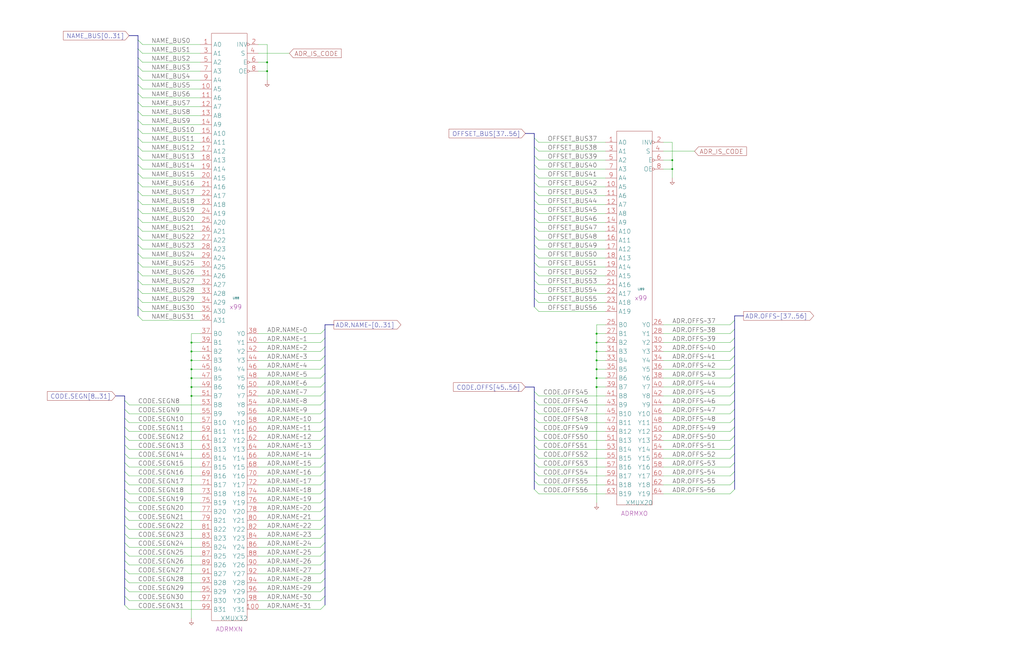
<source format=kicad_sch>
(kicad_sch (version 20230121) (generator eeschema)
  (paper "User" 584.2 378.46)
  (title_block (title "MEMORY ADDRESS MUX") (date "22-MAY-90") (rev "1.0") (comment 1 "SEQUENCER") (comment 2 "232-003064") (comment 3 "S400") (comment 4 "RELEASED"))
  (lib_symbols
    (symbol "r1000:PD" (power) (pin_numbers hide) (pin_names hide) (in_bom no)
      (symbol "PD_0_1"
        (polyline (pts (xy 0 -2.54) (xy 1.27 -2.54) (xy 0 -3.81) (xy -1.27 -2.54) (xy 0 -2.54)) (stroke (width 0.1524)))
      )
      (symbol "PD_1_1"
        (pin power_in line (at 0 0 270) (length 2.54) (name "PD") (number "1"))
      )
    )
    (symbol "r1000:XMUX20" (pin_names (offset 1.016))
      (property "Reference" "U" (at 2.54 5.08 0))
      (property "Value" "XMUX20" (at -6.35 -116.84 0))
      (property "Location" "___" (at -1.27 0 0))
      (property "Name" "______" (at -1.27 -124.46 0))
      (symbol "XMUX20_1_1"
        (rectangle (start -11.43 95.25) (end 8.89 -118.11))
        (circle (center 9.525 73.66) (radius 0.635))
        (circle (center 9.525 78.74) (radius 0.635))
        (circle (center 9.525 88.9) (radius 0.635))
        (pin input line (at -17.78 88.9 0) (length 6.35) (name "A0") (number "1"))
        (pin input line (at -17.78 63.5 0) (length 6.35) (name "A5") (number "10"))
        (pin input line (at -17.78 58.42 0) (length 6.35) (name "A6") (number "11"))
        (pin input line (at -17.78 53.34 0) (length 6.35) (name "A7") (number "12"))
        (pin input line (at -17.78 48.26 0) (length 6.35) (name "A8") (number "13"))
        (pin input line (at -17.78 43.18 0) (length 6.35) (name "A9") (number "14"))
        (pin input line (at -17.78 38.1 0) (length 6.35) (name "A10") (number "15"))
        (pin input line (at -17.78 33.02 0) (length 6.35) (name "A11") (number "16"))
        (pin input line (at -17.78 27.94 0) (length 6.35) (name "A12") (number "17"))
        (pin input line (at -17.78 22.86 0) (length 6.35) (name "A13") (number "18"))
        (pin input line (at -17.78 17.78 0) (length 6.35) (name "A14") (number "19"))
        (pin input line (at 15.24 88.9 180) (length 5.08) (name "INV") (number "2"))
        (pin input line (at -17.78 12.7 0) (length 6.35) (name "A15") (number "20"))
        (pin input line (at -17.78 7.62 0) (length 6.35) (name "A16") (number "21"))
        (pin input line (at -17.78 2.54 0) (length 6.35) (name "A17") (number "22"))
        (pin input line (at -17.78 -2.54 0) (length 6.35) (name "A18") (number "23"))
        (pin input line (at -17.78 -7.62 0) (length 6.35) (name "A19") (number "24"))
        (pin input line (at -17.78 -15.24 0) (length 6.35) (name "B0") (number "25"))
        (pin tri_state line (at 15.24 -15.24 180) (length 6.35) (name "Y0") (number "26"))
        (pin input line (at -17.78 -20.32 0) (length 6.35) (name "B1") (number "27"))
        (pin tri_state line (at 15.24 -20.32 180) (length 6.35) (name "Y1") (number "28"))
        (pin input line (at -17.78 -25.4 0) (length 6.35) (name "B2") (number "29"))
        (pin input line (at -17.78 83.82 0) (length 6.35) (name "A1") (number "3"))
        (pin tri_state line (at 15.24 -25.4 180) (length 6.35) (name "Y2") (number "30"))
        (pin input line (at -17.78 -30.48 0) (length 6.35) (name "B3") (number "31"))
        (pin tri_state line (at 15.24 -30.48 180) (length 6.35) (name "Y3") (number "32"))
        (pin input line (at -17.78 -35.56 0) (length 6.35) (name "B4") (number "33"))
        (pin tri_state line (at 15.24 -35.56 180) (length 6.35) (name "Y4") (number "34"))
        (pin input line (at -17.78 -40.64 0) (length 6.35) (name "B5") (number "35"))
        (pin tri_state line (at 15.24 -40.64 180) (length 6.35) (name "Y5") (number "36"))
        (pin input line (at -17.78 -45.72 0) (length 6.35) (name "B6") (number "37"))
        (pin tri_state line (at 15.24 -45.72 180) (length 6.35) (name "Y6") (number "38"))
        (pin input line (at -17.78 -50.8 0) (length 6.35) (name "B7") (number "39"))
        (pin input line (at 15.24 83.82 180) (length 6.35) (name "S") (number "4"))
        (pin tri_state line (at 15.24 -50.8 180) (length 6.35) (name "Y7") (number "40"))
        (pin input line (at -17.78 -55.88 0) (length 6.35) (name "B8") (number "41"))
        (pin tri_state line (at 15.24 -55.88 180) (length 6.35) (name "Y8") (number "42"))
        (pin input line (at -17.78 -60.96 0) (length 6.35) (name "B9") (number "43"))
        (pin tri_state line (at 15.24 -60.96 180) (length 6.35) (name "Y9") (number "44"))
        (pin input line (at -17.78 -66.04 0) (length 6.35) (name "B10") (number "45"))
        (pin tri_state line (at 15.24 -66.04 180) (length 6.35) (name "Y10") (number "46"))
        (pin input line (at -17.78 -71.12 0) (length 6.35) (name "B11") (number "47"))
        (pin tri_state line (at 15.24 -71.12 180) (length 6.35) (name "Y11") (number "48"))
        (pin input line (at -17.78 -76.2 0) (length 6.35) (name "B12") (number "49"))
        (pin input line (at -17.78 78.74 0) (length 6.35) (name "A2") (number "5"))
        (pin tri_state line (at 15.24 -76.2 180) (length 6.35) (name "Y12") (number "50"))
        (pin input line (at -17.78 -81.28 0) (length 6.35) (name "B13") (number "51"))
        (pin tri_state line (at 15.24 -81.28 180) (length 6.35) (name "Y13") (number "52"))
        (pin input line (at -17.78 -86.36 0) (length 6.35) (name "B14") (number "53"))
        (pin tri_state line (at 15.24 -86.36 180) (length 6.35) (name "Y14") (number "54"))
        (pin input line (at -17.78 -91.44 0) (length 6.35) (name "B15") (number "55"))
        (pin tri_state line (at 15.24 -91.44 180) (length 6.35) (name "Y15") (number "56"))
        (pin input line (at -17.78 -96.52 0) (length 6.35) (name "B16") (number "57"))
        (pin tri_state line (at 15.24 -96.52 180) (length 6.35) (name "Y16") (number "58"))
        (pin input line (at -17.78 -101.6 0) (length 6.35) (name "B17") (number "59"))
        (pin input line (at 15.24 78.74 180) (length 5.08) (name "E") (number "6"))
        (pin tri_state line (at 15.24 -101.6 180) (length 6.35) (name "Y17") (number "60"))
        (pin input line (at -17.78 -106.68 0) (length 6.35) (name "B18") (number "61"))
        (pin tri_state line (at 15.24 -106.68 180) (length 6.35) (name "Y18") (number "62"))
        (pin input line (at -17.78 -111.76 0) (length 6.35) (name "B19") (number "63"))
        (pin tri_state line (at 15.24 -111.76 180) (length 6.35) (name "Y19") (number "64"))
        (pin input line (at -17.78 73.66 0) (length 6.35) (name "A3") (number "7"))
        (pin input line (at 15.24 73.66 180) (length 5.08) (name "OE") (number "8"))
        (pin input line (at -17.78 68.58 0) (length 6.35) (name "A4") (number "9"))
      )
    )
    (symbol "r1000:XMUX32" (pin_names (offset 1.016))
      (property "Reference" "U" (at 2.54 5.08 0))
      (property "Value" "XMUX32" (at -6.35 -177.8 0))
      (property "Location" "___" (at -1.27 0 0))
      (property "Name" "______" (at -1.27 -185.42 0))
      (symbol "XMUX32_1_1"
        (rectangle (start -11.43 156.21) (end 8.89 -179.07))
        (circle (center 9.525 134.62) (radius 0.635))
        (circle (center 9.525 139.7) (radius 0.635))
        (circle (center 9.525 149.86) (radius 0.635))
        (pin input line (at -17.78 149.86 0) (length 6.35) (name "A0") (number "1"))
        (pin input line (at -17.78 124.46 0) (length 6.35) (name "A5") (number "10"))
        (pin tri_state line (at 15.24 -172.72 180) (length 6.35) (name "Y31") (number "100"))
        (pin input line (at -17.78 119.38 0) (length 6.35) (name "A6") (number "11"))
        (pin input line (at -17.78 114.3 0) (length 6.35) (name "A7") (number "12"))
        (pin input line (at -17.78 109.22 0) (length 6.35) (name "A8") (number "13"))
        (pin input line (at -17.78 104.14 0) (length 6.35) (name "A9") (number "14"))
        (pin input line (at -17.78 99.06 0) (length 6.35) (name "A10") (number "15"))
        (pin input line (at -17.78 93.98 0) (length 6.35) (name "A11") (number "16"))
        (pin input line (at -17.78 88.9 0) (length 6.35) (name "A12") (number "17"))
        (pin input line (at -17.78 83.82 0) (length 6.35) (name "A13") (number "18"))
        (pin input line (at -17.78 78.74 0) (length 6.35) (name "A14") (number "19"))
        (pin input line (at 15.24 149.86 180) (length 5.08) (name "INV") (number "2"))
        (pin input line (at -17.78 73.66 0) (length 6.35) (name "A15") (number "20"))
        (pin input line (at -17.78 68.58 0) (length 6.35) (name "A16") (number "21"))
        (pin input line (at -17.78 63.5 0) (length 6.35) (name "A17") (number "22"))
        (pin input line (at -17.78 58.42 0) (length 6.35) (name "A18") (number "23"))
        (pin input line (at -17.78 53.34 0) (length 6.35) (name "A19") (number "24"))
        (pin input line (at -17.78 48.26 0) (length 6.35) (name "A20") (number "25"))
        (pin input line (at -17.78 43.18 0) (length 6.35) (name "A21") (number "26"))
        (pin input line (at -17.78 38.1 0) (length 6.35) (name "A22") (number "27"))
        (pin input line (at -17.78 33.02 0) (length 6.35) (name "A23") (number "28"))
        (pin input line (at -17.78 27.94 0) (length 6.35) (name "A24") (number "29"))
        (pin input line (at -17.78 144.78 0) (length 6.35) (name "A1") (number "3"))
        (pin input line (at -17.78 22.86 0) (length 6.35) (name "A25") (number "30"))
        (pin input line (at -17.78 17.78 0) (length 6.35) (name "A26") (number "31"))
        (pin input line (at -17.78 12.7 0) (length 6.35) (name "A27") (number "32"))
        (pin input line (at -17.78 7.62 0) (length 6.35) (name "A28") (number "33"))
        (pin input line (at -17.78 2.54 0) (length 6.35) (name "A29") (number "34"))
        (pin input line (at -17.78 -2.54 0) (length 6.35) (name "A30") (number "35"))
        (pin input line (at -17.78 -7.62 0) (length 6.35) (name "A31") (number "36"))
        (pin input line (at -17.78 -15.24 0) (length 6.35) (name "B0") (number "37"))
        (pin tri_state line (at 15.24 -15.24 180) (length 6.35) (name "Y0") (number "38"))
        (pin input line (at -17.78 -20.32 0) (length 6.35) (name "B1") (number "39"))
        (pin input line (at 15.24 144.78 180) (length 6.35) (name "S") (number "4"))
        (pin tri_state line (at 15.24 -20.32 180) (length 6.35) (name "Y1") (number "40"))
        (pin input line (at -17.78 -25.4 0) (length 6.35) (name "B2") (number "41"))
        (pin tri_state line (at 15.24 -25.4 180) (length 6.35) (name "Y2") (number "42"))
        (pin input line (at -17.78 -30.48 0) (length 6.35) (name "B3") (number "43"))
        (pin tri_state line (at 15.24 -30.48 180) (length 6.35) (name "Y3") (number "44"))
        (pin input line (at -17.78 -35.56 0) (length 6.35) (name "B4") (number "45"))
        (pin tri_state line (at 15.24 -35.56 180) (length 6.35) (name "Y4") (number "46"))
        (pin input line (at -17.78 -40.64 0) (length 6.35) (name "B5") (number "47"))
        (pin tri_state line (at 15.24 -40.64 180) (length 6.35) (name "Y5") (number "48"))
        (pin input line (at -17.78 -45.72 0) (length 6.35) (name "B6") (number "49"))
        (pin input line (at -17.78 139.7 0) (length 6.35) (name "A2") (number "5"))
        (pin tri_state line (at 15.24 -45.72 180) (length 6.35) (name "Y6") (number "50"))
        (pin input line (at -17.78 -50.8 0) (length 6.35) (name "B7") (number "51"))
        (pin tri_state line (at 15.24 -50.8 180) (length 6.35) (name "Y7") (number "52"))
        (pin input line (at -17.78 -55.88 0) (length 6.35) (name "B8") (number "53"))
        (pin tri_state line (at 15.24 -55.88 180) (length 6.35) (name "Y8") (number "54"))
        (pin input line (at -17.78 -60.96 0) (length 6.35) (name "B9") (number "55"))
        (pin tri_state line (at 15.24 -60.96 180) (length 6.35) (name "Y9") (number "56"))
        (pin input line (at -17.78 -66.04 0) (length 6.35) (name "B10") (number "57"))
        (pin tri_state line (at 15.24 -66.04 180) (length 6.35) (name "Y10") (number "58"))
        (pin input line (at -17.78 -71.12 0) (length 6.35) (name "B11") (number "59"))
        (pin input line (at 15.24 139.7 180) (length 5.08) (name "E") (number "6"))
        (pin tri_state line (at 15.24 -71.12 180) (length 6.35) (name "Y11") (number "60"))
        (pin input line (at -17.78 -76.2 0) (length 6.35) (name "B12") (number "61"))
        (pin tri_state line (at 15.24 -76.2 180) (length 6.35) (name "Y12") (number "62"))
        (pin input line (at -17.78 -81.28 0) (length 6.35) (name "B13") (number "63"))
        (pin tri_state line (at 15.24 -81.28 180) (length 6.35) (name "Y13") (number "64"))
        (pin input line (at -17.78 -86.36 0) (length 6.35) (name "B14") (number "65"))
        (pin tri_state line (at 15.24 -86.36 180) (length 6.35) (name "Y14") (number "66"))
        (pin input line (at -17.78 -91.44 0) (length 6.35) (name "B15") (number "67"))
        (pin tri_state line (at 15.24 -91.44 180) (length 6.35) (name "Y15") (number "68"))
        (pin input line (at -17.78 -96.52 0) (length 6.35) (name "B16") (number "69"))
        (pin input line (at -17.78 134.62 0) (length 6.35) (name "A3") (number "7"))
        (pin tri_state line (at 15.24 -96.52 180) (length 6.35) (name "Y16") (number "70"))
        (pin input line (at -17.78 -101.6 0) (length 6.35) (name "B17") (number "71"))
        (pin tri_state line (at 15.24 -101.6 180) (length 6.35) (name "Y17") (number "72"))
        (pin input line (at -17.78 -106.68 0) (length 6.35) (name "B18") (number "73"))
        (pin tri_state line (at 15.24 -106.68 180) (length 6.35) (name "Y18") (number "74"))
        (pin input line (at -17.78 -111.76 0) (length 6.35) (name "B19") (number "75"))
        (pin tri_state line (at 15.24 -111.76 180) (length 6.35) (name "Y19") (number "76"))
        (pin input line (at -17.78 -116.84 0) (length 6.35) (name "B20") (number "77"))
        (pin tri_state line (at 15.24 -116.84 180) (length 6.35) (name "Y20") (number "78"))
        (pin input line (at -17.78 -121.92 0) (length 6.35) (name "B21") (number "79"))
        (pin input line (at 15.24 134.62 180) (length 5.08) (name "OE") (number "8"))
        (pin tri_state line (at 15.24 -121.92 180) (length 6.35) (name "Y21") (number "80"))
        (pin input line (at -17.78 -127 0) (length 6.35) (name "B22") (number "81"))
        (pin tri_state line (at 15.24 -127 180) (length 6.35) (name "Y22") (number "82"))
        (pin input line (at -17.78 -132.08 0) (length 6.35) (name "B23") (number "83"))
        (pin tri_state line (at 15.24 -132.08 180) (length 6.35) (name "Y23") (number "84"))
        (pin input line (at -17.78 -137.16 0) (length 6.35) (name "B24") (number "85"))
        (pin tri_state line (at 15.24 -137.16 180) (length 6.35) (name "Y24") (number "86"))
        (pin input line (at -17.78 -142.24 0) (length 6.35) (name "B25") (number "87"))
        (pin tri_state line (at 15.24 -142.24 180) (length 6.35) (name "Y25") (number "88"))
        (pin input line (at -17.78 -147.32 0) (length 6.35) (name "B26") (number "89"))
        (pin input line (at -17.78 129.54 0) (length 6.35) (name "A4") (number "9"))
        (pin tri_state line (at 15.24 -147.32 180) (length 6.35) (name "Y26") (number "90"))
        (pin input line (at -17.78 -152.4 0) (length 6.35) (name "B27") (number "91"))
        (pin tri_state line (at 15.24 -152.4 180) (length 6.35) (name "Y27") (number "92"))
        (pin input line (at -17.78 -157.48 0) (length 6.35) (name "B28") (number "93"))
        (pin tri_state line (at 15.24 -157.48 180) (length 6.35) (name "Y28") (number "94"))
        (pin input line (at -17.78 -162.56 0) (length 6.35) (name "B29") (number "95"))
        (pin tri_state line (at 15.24 -162.56 180) (length 6.35) (name "Y29") (number "96"))
        (pin input line (at -17.78 -167.64 0) (length 6.35) (name "B30") (number "97"))
        (pin tri_state line (at 15.24 -167.64 180) (length 6.35) (name "Y30") (number "98"))
        (pin input line (at -17.78 -172.72 0) (length 6.35) (name "B31") (number "99"))
      )
    )
  )
  (junction (at 109.22 200.66))
  (junction (at 340.36 220.98))
  (junction (at 340.36 215.9))
  (junction (at 109.22 215.9))
  (junction (at 340.36 195.58))
  (junction (at 109.22 226.06))
  (junction (at 109.22 210.82))
  (junction (at 152.4 35.56))
  (junction (at 383.54 91.44))
  (junction (at 109.22 205.74))
  (junction (at 109.22 220.98))
  (junction (at 340.36 210.82))
  (junction (at 152.4 40.64))
  (junction (at 340.36 200.66))
  (junction (at 340.36 205.74))
  (junction (at 340.36 190.5))
  (junction (at 109.22 195.58))
  (junction (at 383.54 96.52))
  (bus_entry (at 419.1 264.16) (size -2.54 2.54))
  (bus_entry (at 71.12 304.8) (size 2.54 2.54))
  (bus_entry (at 185.42 187.96) (size -2.54 2.54))
  (bus_entry (at 185.42 284.48) (size -2.54 2.54))
  (bus_entry (at 419.1 259.08) (size -2.54 2.54))
  (bus_entry (at 78.74 165.1) (size 2.54 2.54))
  (bus_entry (at 304.8 109.22) (size 2.54 2.54))
  (bus_entry (at 304.8 119.38) (size 2.54 2.54))
  (bus_entry (at 78.74 109.22) (size 2.54 2.54))
  (bus_entry (at 71.12 269.24) (size 2.54 2.54))
  (bus_entry (at 185.42 335.28) (size -2.54 2.54))
  (bus_entry (at 304.8 228.6) (size 2.54 2.54))
  (bus_entry (at 304.8 78.74) (size 2.54 2.54))
  (bus_entry (at 419.1 269.24) (size -2.54 2.54))
  (bus_entry (at 419.1 279.4) (size -2.54 2.54))
  (bus_entry (at 304.8 160.02) (size 2.54 2.54))
  (bus_entry (at 71.12 320.04) (size 2.54 2.54))
  (bus_entry (at 304.8 223.52) (size 2.54 2.54))
  (bus_entry (at 78.74 160.02) (size 2.54 2.54))
  (bus_entry (at 78.74 48.26) (size 2.54 2.54))
  (bus_entry (at 185.42 314.96) (size -2.54 2.54))
  (bus_entry (at 78.74 170.18) (size 2.54 2.54))
  (bus_entry (at 71.12 330.2) (size 2.54 2.54))
  (bus_entry (at 71.12 233.68) (size 2.54 2.54))
  (bus_entry (at 78.74 175.26) (size 2.54 2.54))
  (bus_entry (at 419.1 254) (size -2.54 2.54))
  (bus_entry (at 185.42 223.52) (size -2.54 2.54))
  (bus_entry (at 419.1 233.68) (size -2.54 2.54))
  (bus_entry (at 185.42 345.44) (size -2.54 2.54))
  (bus_entry (at 304.8 144.78) (size 2.54 2.54))
  (bus_entry (at 78.74 38.1) (size 2.54 2.54))
  (bus_entry (at 78.74 53.34) (size 2.54 2.54))
  (bus_entry (at 304.8 154.94) (size 2.54 2.54))
  (bus_entry (at 78.74 63.5) (size 2.54 2.54))
  (bus_entry (at 304.8 139.7) (size 2.54 2.54))
  (bus_entry (at 78.74 119.38) (size 2.54 2.54))
  (bus_entry (at 71.12 238.76) (size 2.54 2.54))
  (bus_entry (at 304.8 238.76) (size 2.54 2.54))
  (bus_entry (at 71.12 299.72) (size 2.54 2.54))
  (bus_entry (at 304.8 104.14) (size 2.54 2.54))
  (bus_entry (at 71.12 335.28) (size 2.54 2.54))
  (bus_entry (at 419.1 203.2) (size -2.54 2.54))
  (bus_entry (at 78.74 124.46) (size 2.54 2.54))
  (bus_entry (at 71.12 325.12) (size 2.54 2.54))
  (bus_entry (at 185.42 259.08) (size -2.54 2.54))
  (bus_entry (at 419.1 223.52) (size -2.54 2.54))
  (bus_entry (at 304.8 83.82) (size 2.54 2.54))
  (bus_entry (at 185.42 248.92) (size -2.54 2.54))
  (bus_entry (at 71.12 284.48) (size 2.54 2.54))
  (bus_entry (at 185.42 243.84) (size -2.54 2.54))
  (bus_entry (at 185.42 340.36) (size -2.54 2.54))
  (bus_entry (at 419.1 182.88) (size -2.54 2.54))
  (bus_entry (at 185.42 320.04) (size -2.54 2.54))
  (bus_entry (at 185.42 289.56) (size -2.54 2.54))
  (bus_entry (at 78.74 154.94) (size 2.54 2.54))
  (bus_entry (at 185.42 203.2) (size -2.54 2.54))
  (bus_entry (at 419.1 243.84) (size -2.54 2.54))
  (bus_entry (at 304.8 233.68) (size 2.54 2.54))
  (bus_entry (at 78.74 104.14) (size 2.54 2.54))
  (bus_entry (at 71.12 274.32) (size 2.54 2.54))
  (bus_entry (at 78.74 27.94) (size 2.54 2.54))
  (bus_entry (at 185.42 274.32) (size -2.54 2.54))
  (bus_entry (at 419.1 248.92) (size -2.54 2.54))
  (bus_entry (at 71.12 243.84) (size 2.54 2.54))
  (bus_entry (at 304.8 149.86) (size 2.54 2.54))
  (bus_entry (at 185.42 218.44) (size -2.54 2.54))
  (bus_entry (at 185.42 198.12) (size -2.54 2.54))
  (bus_entry (at 78.74 68.58) (size 2.54 2.54))
  (bus_entry (at 71.12 264.16) (size 2.54 2.54))
  (bus_entry (at 78.74 88.9) (size 2.54 2.54))
  (bus_entry (at 78.74 139.7) (size 2.54 2.54))
  (bus_entry (at 304.8 88.9) (size 2.54 2.54))
  (bus_entry (at 71.12 248.92) (size 2.54 2.54))
  (bus_entry (at 185.42 330.2) (size -2.54 2.54))
  (bus_entry (at 71.12 309.88) (size 2.54 2.54))
  (bus_entry (at 185.42 213.36) (size -2.54 2.54))
  (bus_entry (at 304.8 99.06) (size 2.54 2.54))
  (bus_entry (at 304.8 269.24) (size 2.54 2.54))
  (bus_entry (at 78.74 114.3) (size 2.54 2.54))
  (bus_entry (at 304.8 170.18) (size 2.54 2.54))
  (bus_entry (at 304.8 264.16) (size 2.54 2.54))
  (bus_entry (at 419.1 218.44) (size -2.54 2.54))
  (bus_entry (at 304.8 279.4) (size 2.54 2.54))
  (bus_entry (at 185.42 299.72) (size -2.54 2.54))
  (bus_entry (at 78.74 93.98) (size 2.54 2.54))
  (bus_entry (at 71.12 340.36) (size 2.54 2.54))
  (bus_entry (at 419.1 208.28) (size -2.54 2.54))
  (bus_entry (at 304.8 134.62) (size 2.54 2.54))
  (bus_entry (at 185.42 254) (size -2.54 2.54))
  (bus_entry (at 304.8 243.84) (size 2.54 2.54))
  (bus_entry (at 185.42 264.16) (size -2.54 2.54))
  (bus_entry (at 78.74 78.74) (size 2.54 2.54))
  (bus_entry (at 419.1 274.32) (size -2.54 2.54))
  (bus_entry (at 185.42 309.88) (size -2.54 2.54))
  (bus_entry (at 71.12 228.6) (size 2.54 2.54))
  (bus_entry (at 185.42 228.6) (size -2.54 2.54))
  (bus_entry (at 71.12 254) (size 2.54 2.54))
  (bus_entry (at 304.8 254) (size 2.54 2.54))
  (bus_entry (at 78.74 58.42) (size 2.54 2.54))
  (bus_entry (at 304.8 129.54) (size 2.54 2.54))
  (bus_entry (at 304.8 165.1) (size 2.54 2.54))
  (bus_entry (at 185.42 238.76) (size -2.54 2.54))
  (bus_entry (at 78.74 33.02) (size 2.54 2.54))
  (bus_entry (at 78.74 22.86) (size 2.54 2.54))
  (bus_entry (at 71.12 345.44) (size 2.54 2.54))
  (bus_entry (at 78.74 83.82) (size 2.54 2.54))
  (bus_entry (at 185.42 294.64) (size -2.54 2.54))
  (bus_entry (at 185.42 269.24) (size -2.54 2.54))
  (bus_entry (at 78.74 134.62) (size 2.54 2.54))
  (bus_entry (at 71.12 314.96) (size 2.54 2.54))
  (bus_entry (at 304.8 124.46) (size 2.54 2.54))
  (bus_entry (at 185.42 304.8) (size -2.54 2.54))
  (bus_entry (at 78.74 144.78) (size 2.54 2.54))
  (bus_entry (at 419.1 193.04) (size -2.54 2.54))
  (bus_entry (at 185.42 279.4) (size -2.54 2.54))
  (bus_entry (at 419.1 228.6) (size -2.54 2.54))
  (bus_entry (at 304.8 259.08) (size 2.54 2.54))
  (bus_entry (at 185.42 193.04) (size -2.54 2.54))
  (bus_entry (at 304.8 274.32) (size 2.54 2.54))
  (bus_entry (at 304.8 114.3) (size 2.54 2.54))
  (bus_entry (at 78.74 73.66) (size 2.54 2.54))
  (bus_entry (at 419.1 213.36) (size -2.54 2.54))
  (bus_entry (at 419.1 238.76) (size -2.54 2.54))
  (bus_entry (at 78.74 43.18) (size 2.54 2.54))
  (bus_entry (at 71.12 279.4) (size 2.54 2.54))
  (bus_entry (at 78.74 99.06) (size 2.54 2.54))
  (bus_entry (at 78.74 129.54) (size 2.54 2.54))
  (bus_entry (at 419.1 198.12) (size -2.54 2.54))
  (bus_entry (at 185.42 233.68) (size -2.54 2.54))
  (bus_entry (at 78.74 180.34) (size 2.54 2.54))
  (bus_entry (at 71.12 289.56) (size 2.54 2.54))
  (bus_entry (at 185.42 325.12) (size -2.54 2.54))
  (bus_entry (at 304.8 248.92) (size 2.54 2.54))
  (bus_entry (at 304.8 175.26) (size 2.54 2.54))
  (bus_entry (at 185.42 208.28) (size -2.54 2.54))
  (bus_entry (at 419.1 187.96) (size -2.54 2.54))
  (bus_entry (at 78.74 149.86) (size 2.54 2.54))
  (bus_entry (at 304.8 93.98) (size 2.54 2.54))
  (bus_entry (at 71.12 294.64) (size 2.54 2.54))
  (bus_entry (at 71.12 259.08) (size 2.54 2.54))
  (bus (pts (xy 185.42 218.44) (xy 185.42 223.52)))
  (wire (pts (xy 340.36 210.82) (xy 345.44 210.82)))
  (wire (pts (xy 73.66 292.1) (xy 114.3 292.1)))
  (bus (pts (xy 424.18 180.34) (xy 419.1 180.34)))
  (bus (pts (xy 185.42 274.32) (xy 185.42 279.4)))
  (wire (pts (xy 340.36 205.74) (xy 345.44 205.74)))
  (wire (pts (xy 307.34 172.72) (xy 345.44 172.72)))
  (wire (pts (xy 73.66 307.34) (xy 114.3 307.34)))
  (wire (pts (xy 73.66 256.54) (xy 114.3 256.54)))
  (bus (pts (xy 304.8 99.06) (xy 304.8 104.14)))
  (bus (pts (xy 78.74 149.86) (xy 78.74 154.94)))
  (wire (pts (xy 109.22 226.06) (xy 114.3 226.06)))
  (wire (pts (xy 81.28 60.96) (xy 114.3 60.96)))
  (bus (pts (xy 71.12 243.84) (xy 71.12 248.92)))
  (bus (pts (xy 185.42 294.64) (xy 185.42 299.72)))
  (bus (pts (xy 185.42 193.04) (xy 185.42 198.12)))
  (wire (pts (xy 81.28 182.88) (xy 114.3 182.88)))
  (wire (pts (xy 73.66 276.86) (xy 114.3 276.86)))
  (wire (pts (xy 182.88 337.82) (xy 147.32 337.82)))
  (wire (pts (xy 109.22 200.66) (xy 114.3 200.66)))
  (wire (pts (xy 81.28 121.92) (xy 114.3 121.92)))
  (wire (pts (xy 307.34 246.38) (xy 345.44 246.38)))
  (wire (pts (xy 340.36 195.58) (xy 340.36 200.66)))
  (wire (pts (xy 109.22 195.58) (xy 114.3 195.58)))
  (bus (pts (xy 78.74 175.26) (xy 78.74 180.34)))
  (wire (pts (xy 182.88 292.1) (xy 147.32 292.1)))
  (wire (pts (xy 416.56 261.62) (xy 378.46 261.62)))
  (wire (pts (xy 182.88 226.06) (xy 147.32 226.06)))
  (bus (pts (xy 419.1 259.08) (xy 419.1 264.16)))
  (wire (pts (xy 73.66 297.18) (xy 114.3 297.18)))
  (wire (pts (xy 81.28 71.12) (xy 114.3 71.12)))
  (wire (pts (xy 109.22 205.74) (xy 109.22 210.82)))
  (wire (pts (xy 73.66 231.14) (xy 114.3 231.14)))
  (bus (pts (xy 78.74 124.46) (xy 78.74 129.54)))
  (bus (pts (xy 304.8 149.86) (xy 304.8 154.94)))
  (wire (pts (xy 182.88 231.14) (xy 147.32 231.14)))
  (bus (pts (xy 304.8 238.76) (xy 304.8 243.84)))
  (bus (pts (xy 78.74 20.32) (xy 78.74 22.86)))
  (wire (pts (xy 182.88 261.62) (xy 147.32 261.62)))
  (wire (pts (xy 182.88 276.86) (xy 147.32 276.86)))
  (wire (pts (xy 307.34 162.56) (xy 345.44 162.56)))
  (wire (pts (xy 307.34 96.52) (xy 345.44 96.52)))
  (bus (pts (xy 185.42 314.96) (xy 185.42 320.04)))
  (wire (pts (xy 152.4 40.64) (xy 147.32 40.64)))
  (bus (pts (xy 304.8 129.54) (xy 304.8 134.62)))
  (bus (pts (xy 185.42 330.2) (xy 185.42 335.28)))
  (wire (pts (xy 81.28 162.56) (xy 114.3 162.56)))
  (wire (pts (xy 109.22 205.74) (xy 114.3 205.74)))
  (wire (pts (xy 307.34 127) (xy 345.44 127)))
  (wire (pts (xy 81.28 137.16) (xy 114.3 137.16)))
  (wire (pts (xy 109.22 210.82) (xy 109.22 215.9)))
  (wire (pts (xy 307.34 106.68) (xy 345.44 106.68)))
  (wire (pts (xy 81.28 40.64) (xy 114.3 40.64)))
  (wire (pts (xy 73.66 302.26) (xy 114.3 302.26)))
  (bus (pts (xy 71.12 233.68) (xy 71.12 238.76)))
  (wire (pts (xy 182.88 327.66) (xy 147.32 327.66)))
  (wire (pts (xy 307.34 142.24) (xy 345.44 142.24)))
  (bus (pts (xy 304.8 109.22) (xy 304.8 114.3)))
  (wire (pts (xy 383.54 91.44) (xy 383.54 96.52)))
  (wire (pts (xy 73.66 281.94) (xy 114.3 281.94)))
  (bus (pts (xy 304.8 104.14) (xy 304.8 109.22)))
  (bus (pts (xy 419.1 228.6) (xy 419.1 233.68)))
  (bus (pts (xy 419.1 208.28) (xy 419.1 213.36)))
  (wire (pts (xy 147.32 25.4) (xy 152.4 25.4)))
  (bus (pts (xy 185.42 248.92) (xy 185.42 254)))
  (wire (pts (xy 307.34 177.8) (xy 345.44 177.8)))
  (wire (pts (xy 81.28 91.44) (xy 114.3 91.44)))
  (wire (pts (xy 81.28 55.88) (xy 114.3 55.88)))
  (bus (pts (xy 185.42 223.52) (xy 185.42 228.6)))
  (bus (pts (xy 304.8 76.2) (xy 304.8 78.74)))
  (wire (pts (xy 109.22 215.9) (xy 114.3 215.9)))
  (bus (pts (xy 78.74 99.06) (xy 78.74 104.14)))
  (bus (pts (xy 71.12 274.32) (xy 71.12 279.4)))
  (wire (pts (xy 307.34 256.54) (xy 345.44 256.54)))
  (wire (pts (xy 81.28 172.72) (xy 114.3 172.72)))
  (bus (pts (xy 419.1 254) (xy 419.1 259.08)))
  (bus (pts (xy 78.74 109.22) (xy 78.74 114.3)))
  (wire (pts (xy 73.66 322.58) (xy 114.3 322.58)))
  (wire (pts (xy 73.66 342.9) (xy 114.3 342.9)))
  (bus (pts (xy 304.8 139.7) (xy 304.8 144.78)))
  (wire (pts (xy 340.36 205.74) (xy 340.36 210.82)))
  (bus (pts (xy 304.8 170.18) (xy 304.8 175.26)))
  (wire (pts (xy 73.66 337.82) (xy 114.3 337.82)))
  (bus (pts (xy 304.8 124.46) (xy 304.8 129.54)))
  (bus (pts (xy 185.42 340.36) (xy 185.42 345.44)))
  (wire (pts (xy 383.54 96.52) (xy 378.46 96.52)))
  (wire (pts (xy 147.32 35.56) (xy 152.4 35.56)))
  (wire (pts (xy 416.56 281.94) (xy 378.46 281.94)))
  (wire (pts (xy 182.88 241.3) (xy 147.32 241.3)))
  (wire (pts (xy 182.88 256.54) (xy 147.32 256.54)))
  (wire (pts (xy 307.34 261.62) (xy 345.44 261.62)))
  (bus (pts (xy 304.8 160.02) (xy 304.8 165.1)))
  (wire (pts (xy 307.34 132.08) (xy 345.44 132.08)))
  (bus (pts (xy 304.8 83.82) (xy 304.8 88.9)))
  (wire (pts (xy 182.88 347.98) (xy 147.32 347.98)))
  (bus (pts (xy 71.12 289.56) (xy 71.12 294.64)))
  (bus (pts (xy 71.12 259.08) (xy 71.12 264.16)))
  (bus (pts (xy 78.74 139.7) (xy 78.74 144.78)))
  (wire (pts (xy 182.88 195.58) (xy 147.32 195.58)))
  (bus (pts (xy 185.42 304.8) (xy 185.42 309.88)))
  (bus (pts (xy 304.8 264.16) (xy 304.8 269.24)))
  (wire (pts (xy 383.54 101.6) (xy 383.54 96.52)))
  (wire (pts (xy 73.66 347.98) (xy 114.3 347.98)))
  (bus (pts (xy 73.66 20.32) (xy 78.74 20.32)))
  (bus (pts (xy 304.8 269.24) (xy 304.8 274.32)))
  (bus (pts (xy 419.1 269.24) (xy 419.1 274.32)))
  (wire (pts (xy 73.66 271.78) (xy 114.3 271.78)))
  (wire (pts (xy 340.36 215.9) (xy 340.36 220.98)))
  (wire (pts (xy 416.56 226.06) (xy 378.46 226.06)))
  (wire (pts (xy 73.66 266.7) (xy 114.3 266.7)))
  (wire (pts (xy 182.88 190.5) (xy 147.32 190.5)))
  (wire (pts (xy 182.88 271.78) (xy 147.32 271.78)))
  (bus (pts (xy 71.12 284.48) (xy 71.12 289.56)))
  (bus (pts (xy 78.74 104.14) (xy 78.74 109.22)))
  (bus (pts (xy 78.74 154.94) (xy 78.74 160.02)))
  (bus (pts (xy 185.42 203.2) (xy 185.42 208.28)))
  (bus (pts (xy 78.74 119.38) (xy 78.74 124.46)))
  (bus (pts (xy 185.42 254) (xy 185.42 259.08)))
  (wire (pts (xy 182.88 210.82) (xy 147.32 210.82)))
  (wire (pts (xy 340.36 220.98) (xy 345.44 220.98)))
  (bus (pts (xy 71.12 299.72) (xy 71.12 304.8)))
  (bus (pts (xy 78.74 129.54) (xy 78.74 134.62)))
  (bus (pts (xy 304.8 220.98) (xy 304.8 223.52)))
  (bus (pts (xy 78.74 144.78) (xy 78.74 149.86)))
  (bus (pts (xy 419.1 187.96) (xy 419.1 193.04)))
  (wire (pts (xy 307.34 236.22) (xy 345.44 236.22)))
  (bus (pts (xy 185.42 243.84) (xy 185.42 248.92)))
  (bus (pts (xy 419.1 274.32) (xy 419.1 279.4)))
  (bus (pts (xy 185.42 335.28) (xy 185.42 340.36)))
  (bus (pts (xy 419.1 198.12) (xy 419.1 203.2)))
  (wire (pts (xy 182.88 246.38) (xy 147.32 246.38)))
  (wire (pts (xy 109.22 200.66) (xy 109.22 205.74)))
  (wire (pts (xy 340.36 220.98) (xy 340.36 287.02)))
  (bus (pts (xy 71.12 330.2) (xy 71.12 335.28)))
  (bus (pts (xy 78.74 48.26) (xy 78.74 53.34)))
  (bus (pts (xy 304.8 114.3) (xy 304.8 119.38)))
  (bus (pts (xy 185.42 264.16) (xy 185.42 269.24)))
  (bus (pts (xy 71.12 314.96) (xy 71.12 320.04)))
  (bus (pts (xy 304.8 259.08) (xy 304.8 264.16)))
  (wire (pts (xy 340.36 195.58) (xy 345.44 195.58)))
  (bus (pts (xy 419.1 238.76) (xy 419.1 243.84)))
  (bus (pts (xy 78.74 73.66) (xy 78.74 78.74)))
  (bus (pts (xy 185.42 228.6) (xy 185.42 233.68)))
  (bus (pts (xy 299.72 220.98) (xy 304.8 220.98)))
  (wire (pts (xy 109.22 215.9) (xy 109.22 220.98)))
  (wire (pts (xy 109.22 210.82) (xy 114.3 210.82)))
  (wire (pts (xy 416.56 236.22) (xy 378.46 236.22)))
  (bus (pts (xy 299.72 76.2) (xy 304.8 76.2)))
  (wire (pts (xy 307.34 81.28) (xy 345.44 81.28)))
  (wire (pts (xy 81.28 81.28) (xy 114.3 81.28)))
  (bus (pts (xy 419.1 203.2) (xy 419.1 208.28)))
  (bus (pts (xy 78.74 43.18) (xy 78.74 48.26)))
  (bus (pts (xy 419.1 223.52) (xy 419.1 228.6)))
  (bus (pts (xy 71.12 238.76) (xy 71.12 243.84)))
  (bus (pts (xy 304.8 154.94) (xy 304.8 160.02)))
  (wire (pts (xy 340.36 215.9) (xy 345.44 215.9)))
  (bus (pts (xy 78.74 170.18) (xy 78.74 175.26)))
  (wire (pts (xy 81.28 35.56) (xy 114.3 35.56)))
  (bus (pts (xy 304.8 119.38) (xy 304.8 124.46)))
  (bus (pts (xy 304.8 228.6) (xy 304.8 233.68)))
  (wire (pts (xy 81.28 127) (xy 114.3 127)))
  (wire (pts (xy 182.88 215.9) (xy 147.32 215.9)))
  (wire (pts (xy 73.66 317.5) (xy 114.3 317.5)))
  (wire (pts (xy 81.28 76.2) (xy 114.3 76.2)))
  (bus (pts (xy 304.8 134.62) (xy 304.8 139.7)))
  (wire (pts (xy 416.56 266.7) (xy 378.46 266.7)))
  (wire (pts (xy 182.88 266.7) (xy 147.32 266.7)))
  (bus (pts (xy 185.42 309.88) (xy 185.42 314.96)))
  (wire (pts (xy 73.66 251.46) (xy 114.3 251.46)))
  (bus (pts (xy 304.8 93.98) (xy 304.8 99.06)))
  (wire (pts (xy 81.28 147.32) (xy 114.3 147.32)))
  (bus (pts (xy 71.12 325.12) (xy 71.12 330.2)))
  (wire (pts (xy 182.88 281.94) (xy 147.32 281.94)))
  (bus (pts (xy 185.42 233.68) (xy 185.42 238.76)))
  (wire (pts (xy 307.34 101.6) (xy 345.44 101.6)))
  (bus (pts (xy 304.8 144.78) (xy 304.8 149.86)))
  (wire (pts (xy 182.88 332.74) (xy 147.32 332.74)))
  (bus (pts (xy 71.12 279.4) (xy 71.12 284.48)))
  (wire (pts (xy 152.4 25.4) (xy 152.4 35.56)))
  (bus (pts (xy 304.8 248.92) (xy 304.8 254)))
  (bus (pts (xy 419.1 243.84) (xy 419.1 248.92)))
  (bus (pts (xy 185.42 185.42) (xy 185.42 187.96)))
  (wire (pts (xy 182.88 312.42) (xy 147.32 312.42)))
  (wire (pts (xy 182.88 220.98) (xy 147.32 220.98)))
  (wire (pts (xy 307.34 111.76) (xy 345.44 111.76)))
  (wire (pts (xy 182.88 251.46) (xy 147.32 251.46)))
  (wire (pts (xy 182.88 297.18) (xy 147.32 297.18)))
  (bus (pts (xy 304.8 254) (xy 304.8 259.08)))
  (bus (pts (xy 185.42 213.36) (xy 185.42 218.44)))
  (bus (pts (xy 185.42 198.12) (xy 185.42 203.2)))
  (bus (pts (xy 185.42 320.04) (xy 185.42 325.12)))
  (wire (pts (xy 81.28 50.8) (xy 114.3 50.8)))
  (wire (pts (xy 416.56 271.78) (xy 378.46 271.78)))
  (bus (pts (xy 78.74 22.86) (xy 78.74 27.94)))
  (wire (pts (xy 182.88 205.74) (xy 147.32 205.74)))
  (wire (pts (xy 73.66 312.42) (xy 114.3 312.42)))
  (wire (pts (xy 307.34 137.16) (xy 345.44 137.16)))
  (wire (pts (xy 73.66 241.3) (xy 114.3 241.3)))
  (wire (pts (xy 81.28 116.84) (xy 114.3 116.84)))
  (bus (pts (xy 78.74 53.34) (xy 78.74 58.42)))
  (bus (pts (xy 71.12 254) (xy 71.12 259.08)))
  (wire (pts (xy 81.28 96.52) (xy 114.3 96.52)))
  (bus (pts (xy 185.42 238.76) (xy 185.42 243.84)))
  (bus (pts (xy 185.42 208.28) (xy 185.42 213.36)))
  (wire (pts (xy 81.28 106.68) (xy 114.3 106.68)))
  (bus (pts (xy 185.42 259.08) (xy 185.42 264.16)))
  (wire (pts (xy 307.34 231.14) (xy 345.44 231.14)))
  (bus (pts (xy 71.12 228.6) (xy 71.12 233.68)))
  (wire (pts (xy 152.4 45.72) (xy 152.4 40.64)))
  (wire (pts (xy 109.22 190.5) (xy 109.22 195.58)))
  (wire (pts (xy 416.56 231.14) (xy 378.46 231.14)))
  (wire (pts (xy 416.56 190.5) (xy 378.46 190.5)))
  (bus (pts (xy 190.5 185.42) (xy 185.42 185.42)))
  (wire (pts (xy 109.22 195.58) (xy 109.22 200.66)))
  (wire (pts (xy 81.28 111.76) (xy 114.3 111.76)))
  (bus (pts (xy 419.1 264.16) (xy 419.1 269.24)))
  (wire (pts (xy 307.34 281.94) (xy 345.44 281.94)))
  (bus (pts (xy 304.8 88.9) (xy 304.8 93.98)))
  (bus (pts (xy 71.12 320.04) (xy 71.12 325.12)))
  (wire (pts (xy 81.28 157.48) (xy 114.3 157.48)))
  (wire (pts (xy 73.66 332.74) (xy 114.3 332.74)))
  (bus (pts (xy 78.74 58.42) (xy 78.74 63.5)))
  (bus (pts (xy 419.1 213.36) (xy 419.1 218.44)))
  (bus (pts (xy 304.8 165.1) (xy 304.8 170.18)))
  (wire (pts (xy 307.34 241.3) (xy 345.44 241.3)))
  (wire (pts (xy 307.34 147.32) (xy 345.44 147.32)))
  (wire (pts (xy 109.22 226.06) (xy 109.22 353.06)))
  (bus (pts (xy 78.74 160.02) (xy 78.74 165.1)))
  (bus (pts (xy 71.12 335.28) (xy 71.12 340.36)))
  (bus (pts (xy 185.42 269.24) (xy 185.42 274.32)))
  (wire (pts (xy 340.36 200.66) (xy 345.44 200.66)))
  (wire (pts (xy 416.56 241.3) (xy 378.46 241.3)))
  (wire (pts (xy 81.28 86.36) (xy 114.3 86.36)))
  (wire (pts (xy 73.66 261.62) (xy 114.3 261.62)))
  (bus (pts (xy 71.12 269.24) (xy 71.12 274.32)))
  (wire (pts (xy 307.34 167.64) (xy 345.44 167.64)))
  (bus (pts (xy 66.04 226.06) (xy 71.12 226.06)))
  (bus (pts (xy 419.1 218.44) (xy 419.1 223.52)))
  (wire (pts (xy 81.28 152.4) (xy 114.3 152.4)))
  (wire (pts (xy 378.46 86.36) (xy 396.24 86.36)))
  (wire (pts (xy 416.56 276.86) (xy 378.46 276.86)))
  (bus (pts (xy 185.42 187.96) (xy 185.42 193.04)))
  (wire (pts (xy 340.36 210.82) (xy 340.36 215.9)))
  (wire (pts (xy 81.28 66.04) (xy 114.3 66.04)))
  (wire (pts (xy 81.28 177.8) (xy 114.3 177.8)))
  (bus (pts (xy 71.12 340.36) (xy 71.12 345.44)))
  (wire (pts (xy 416.56 256.54) (xy 378.46 256.54)))
  (bus (pts (xy 304.8 78.74) (xy 304.8 83.82)))
  (wire (pts (xy 307.34 271.78) (xy 345.44 271.78)))
  (wire (pts (xy 182.88 317.5) (xy 147.32 317.5)))
  (wire (pts (xy 109.22 220.98) (xy 109.22 226.06)))
  (wire (pts (xy 81.28 142.24) (xy 114.3 142.24)))
  (bus (pts (xy 78.74 27.94) (xy 78.74 33.02)))
  (bus (pts (xy 78.74 83.82) (xy 78.74 88.9)))
  (wire (pts (xy 416.56 185.42) (xy 378.46 185.42)))
  (bus (pts (xy 71.12 309.88) (xy 71.12 314.96)))
  (bus (pts (xy 185.42 325.12) (xy 185.42 330.2)))
  (bus (pts (xy 71.12 294.64) (xy 71.12 299.72)))
  (bus (pts (xy 304.8 223.52) (xy 304.8 228.6)))
  (bus (pts (xy 185.42 299.72) (xy 185.42 304.8)))
  (wire (pts (xy 307.34 251.46) (xy 345.44 251.46)))
  (wire (pts (xy 416.56 195.58) (xy 378.46 195.58)))
  (bus (pts (xy 304.8 274.32) (xy 304.8 279.4)))
  (wire (pts (xy 340.36 185.42) (xy 340.36 190.5)))
  (wire (pts (xy 73.66 287.02) (xy 114.3 287.02)))
  (bus (pts (xy 78.74 165.1) (xy 78.74 170.18)))
  (wire (pts (xy 81.28 25.4) (xy 114.3 25.4)))
  (bus (pts (xy 185.42 279.4) (xy 185.42 284.48)))
  (wire (pts (xy 378.46 81.28) (xy 383.54 81.28)))
  (bus (pts (xy 78.74 33.02) (xy 78.74 38.1)))
  (wire (pts (xy 147.32 30.48) (xy 165.1 30.48)))
  (bus (pts (xy 419.1 193.04) (xy 419.1 198.12)))
  (bus (pts (xy 71.12 226.06) (xy 71.12 228.6)))
  (bus (pts (xy 419.1 233.68) (xy 419.1 238.76)))
  (wire (pts (xy 307.34 91.44) (xy 345.44 91.44)))
  (wire (pts (xy 307.34 276.86) (xy 345.44 276.86)))
  (bus (pts (xy 78.74 68.58) (xy 78.74 73.66)))
  (wire (pts (xy 81.28 45.72) (xy 114.3 45.72)))
  (wire (pts (xy 307.34 86.36) (xy 345.44 86.36)))
  (wire (pts (xy 307.34 152.4) (xy 345.44 152.4)))
  (wire (pts (xy 307.34 266.7) (xy 345.44 266.7)))
  (wire (pts (xy 182.88 236.22) (xy 147.32 236.22)))
  (bus (pts (xy 419.1 182.88) (xy 419.1 187.96)))
  (bus (pts (xy 78.74 63.5) (xy 78.74 68.58)))
  (wire (pts (xy 152.4 35.56) (xy 152.4 40.64)))
  (wire (pts (xy 307.34 116.84) (xy 345.44 116.84)))
  (wire (pts (xy 182.88 322.58) (xy 147.32 322.58)))
  (wire (pts (xy 182.88 342.9) (xy 147.32 342.9)))
  (wire (pts (xy 81.28 101.6) (xy 114.3 101.6)))
  (wire (pts (xy 73.66 236.22) (xy 114.3 236.22)))
  (bus (pts (xy 71.12 248.92) (xy 71.12 254)))
  (wire (pts (xy 307.34 157.48) (xy 345.44 157.48)))
  (bus (pts (xy 78.74 88.9) (xy 78.74 93.98)))
  (bus (pts (xy 419.1 248.92) (xy 419.1 254)))
  (wire (pts (xy 416.56 215.9) (xy 378.46 215.9)))
  (bus (pts (xy 78.74 114.3) (xy 78.74 119.38)))
  (bus (pts (xy 304.8 233.68) (xy 304.8 238.76)))
  (bus (pts (xy 78.74 134.62) (xy 78.74 139.7)))
  (wire (pts (xy 416.56 251.46) (xy 378.46 251.46)))
  (wire (pts (xy 383.54 81.28) (xy 383.54 91.44)))
  (wire (pts (xy 416.56 220.98) (xy 378.46 220.98)))
  (wire (pts (xy 182.88 287.02) (xy 147.32 287.02)))
  (wire (pts (xy 81.28 132.08) (xy 114.3 132.08)))
  (wire (pts (xy 182.88 200.66) (xy 147.32 200.66)))
  (wire (pts (xy 73.66 327.66) (xy 114.3 327.66)))
  (bus (pts (xy 185.42 284.48) (xy 185.42 289.56)))
  (wire (pts (xy 416.56 210.82) (xy 378.46 210.82)))
  (wire (pts (xy 182.88 307.34) (xy 147.32 307.34)))
  (bus (pts (xy 71.12 264.16) (xy 71.12 269.24)))
  (bus (pts (xy 71.12 304.8) (xy 71.12 309.88)))
  (wire (pts (xy 416.56 200.66) (xy 378.46 200.66)))
  (wire (pts (xy 340.36 190.5) (xy 345.44 190.5)))
  (wire (pts (xy 81.28 167.64) (xy 114.3 167.64)))
  (wire (pts (xy 73.66 246.38) (xy 114.3 246.38)))
  (bus (pts (xy 185.42 289.56) (xy 185.42 294.64)))
  (wire (pts (xy 109.22 220.98) (xy 114.3 220.98)))
  (wire (pts (xy 416.56 205.74) (xy 378.46 205.74)))
  (wire (pts (xy 416.56 246.38) (xy 378.46 246.38)))
  (wire (pts (xy 378.46 91.44) (xy 383.54 91.44)))
  (bus (pts (xy 78.74 93.98) (xy 78.74 99.06)))
  (wire (pts (xy 114.3 190.5) (xy 109.22 190.5)))
  (bus (pts (xy 419.1 180.34) (xy 419.1 182.88)))
  (wire (pts (xy 307.34 226.06) (xy 345.44 226.06)))
  (wire (pts (xy 340.36 190.5) (xy 340.36 195.58)))
  (wire (pts (xy 307.34 121.92) (xy 345.44 121.92)))
  (bus (pts (xy 304.8 243.84) (xy 304.8 248.92)))
  (wire (pts (xy 345.44 185.42) (xy 340.36 185.42)))
  (wire (pts (xy 182.88 302.26) (xy 147.32 302.26)))
  (wire (pts (xy 81.28 30.48) (xy 114.3 30.48)))
  (bus (pts (xy 78.74 38.1) (xy 78.74 43.18)))
  (wire (pts (xy 340.36 200.66) (xy 340.36 205.74)))
  (bus (pts (xy 78.74 78.74) (xy 78.74 83.82)))
  (label "CODE.SEGN8" (at 78.74 231.14 0) (effects (font (size 2.54 2.54))))
  (label "NAME_BUS14" (at 86.36 96.52 0) (effects (font (size 2.54 2.54))))
  (label "ADR.NAME~4" (at 152.4 210.82 0) (effects (font (size 2.54 2.54))))
  (label "CODE.SEGN21" (at 78.74 297.18 0) (effects (font (size 2.54 2.54))))
  (label "ADR.NAME~8" (at 152.4 231.14 0) (effects (font (size 2.54 2.54))))
  (label "CODE.SEGN18" (at 78.74 281.94 0) (effects (font (size 2.54 2.54))))
  (label "NAME_BUS11" (at 86.36 81.28 0) (effects (font (size 2.54 2.54))))
  (label "ADR.OFFS~47" (at 383.54 236.22 0) (effects (font (size 2.54 2.54))))
  (label "ADR.NAME~10" (at 152.4 241.3 0) (effects (font (size 2.54 2.54))))
  (label "NAME_BUS9" (at 86.36 71.12 0) (effects (font (size 2.54 2.54))))
  (label "ADR.NAME~24" (at 152.4 312.42 0) (effects (font (size 2.54 2.54))))
  (label "ADR.OFFS~37" (at 383.54 185.42 0) (effects (font (size 2.54 2.54))))
  (label "CODE.SEGN16" (at 78.74 271.78 0) (effects (font (size 2.54 2.54))))
  (label "CODE.SEGN19" (at 78.74 287.02 0) (effects (font (size 2.54 2.54))))
  (label "CODE.SEGN15" (at 78.74 266.7 0) (effects (font (size 2.54 2.54))))
  (label "NAME_BUS26" (at 86.36 157.48 0) (effects (font (size 2.54 2.54))))
  (label "CODE.OFFS48" (at 309.88 241.3 0) (effects (font (size 2.54 2.54))))
  (label "ADR.OFFS~48" (at 383.54 241.3 0) (effects (font (size 2.54 2.54))))
  (label "NAME_BUS7" (at 86.36 60.96 0) (effects (font (size 2.54 2.54))))
  (label "NAME_BUS16" (at 86.36 106.68 0) (effects (font (size 2.54 2.54))))
  (label "ADR.OFFS~55" (at 383.54 276.86 0) (effects (font (size 2.54 2.54))))
  (label "CODE.SEGN12" (at 78.74 251.46 0) (effects (font (size 2.54 2.54))))
  (label "CODE.SEGN14" (at 78.74 261.62 0) (effects (font (size 2.54 2.54))))
  (label "NAME_BUS31" (at 86.36 182.88 0) (effects (font (size 2.54 2.54))))
  (label "NAME_BUS12" (at 86.36 86.36 0) (effects (font (size 2.54 2.54))))
  (label "NAME_BUS8" (at 86.36 66.04 0) (effects (font (size 2.54 2.54))))
  (label "CODE.SEGN17" (at 78.74 276.86 0) (effects (font (size 2.54 2.54))))
  (label "NAME_BUS5" (at 86.36 50.8 0) (effects (font (size 2.54 2.54))))
  (label "CODE.SEGN26" (at 78.74 322.58 0) (effects (font (size 2.54 2.54))))
  (label "NAME_BUS15" (at 86.36 101.6 0) (effects (font (size 2.54 2.54))))
  (label "CODE.OFFS56" (at 309.88 281.94 0) (effects (font (size 2.54 2.54))))
  (label "CODE.OFFS53" (at 309.88 266.7 0) (effects (font (size 2.54 2.54))))
  (label "OFFSET_BUS38" (at 312.42 86.36 0) (effects (font (size 2.54 2.54))))
  (label "CODE.SEGN20" (at 78.74 292.1 0) (effects (font (size 2.54 2.54))))
  (label "ADR.NAME~3" (at 152.4 205.74 0) (effects (font (size 2.54 2.54))))
  (label "ADR.OFFS~39" (at 383.54 195.58 0) (effects (font (size 2.54 2.54))))
  (label "ADR.NAME~1" (at 152.4 195.58 0) (effects (font (size 2.54 2.54))))
  (label "ADR.NAME~12" (at 152.4 251.46 0) (effects (font (size 2.54 2.54))))
  (label "NAME_BUS0" (at 86.36 25.4 0) (effects (font (size 2.54 2.54))))
  (label "CODE.SEGN13" (at 78.74 256.54 0) (effects (font (size 2.54 2.54))))
  (label "ADR.NAME~13" (at 152.4 256.54 0) (effects (font (size 2.54 2.54))))
  (label "OFFSET_BUS49" (at 312.42 142.24 0) (effects (font (size 2.54 2.54))))
  (label "NAME_BUS25" (at 86.36 152.4 0) (effects (font (size 2.54 2.54))))
  (label "OFFSET_BUS53" (at 312.42 162.56 0) (effects (font (size 2.54 2.54))))
  (label "ADR.NAME~26" (at 152.4 322.58 0) (effects (font (size 2.54 2.54))))
  (label "CODE.SEGN9" (at 78.74 236.22 0) (effects (font (size 2.54 2.54))))
  (label "ADR.OFFS~42" (at 383.54 210.82 0) (effects (font (size 2.54 2.54))))
  (label "OFFSET_BUS37" (at 312.42 81.28 0) (effects (font (size 2.54 2.54))))
  (label "OFFSET_BUS52" (at 312.42 157.48 0) (effects (font (size 2.54 2.54))))
  (label "ADR.NAME~25" (at 152.4 317.5 0) (effects (font (size 2.54 2.54))))
  (label "CODE.SEGN23" (at 78.74 307.34 0) (effects (font (size 2.54 2.54))))
  (label "CODE.OFFS51" (at 309.88 256.54 0) (effects (font (size 2.54 2.54))))
  (label "ADR.NAME~29" (at 152.4 337.82 0) (effects (font (size 2.54 2.54))))
  (label "ADR.OFFS~53" (at 383.54 266.7 0) (effects (font (size 2.54 2.54))))
  (label "ADR.NAME~28" (at 152.4 332.74 0) (effects (font (size 2.54 2.54))))
  (label "ADR.NAME~14" (at 152.4 261.62 0) (effects (font (size 2.54 2.54))))
  (label "CODE.OFFS54" (at 309.88 271.78 0) (effects (font (size 2.54 2.54))))
  (label "OFFSET_BUS51" (at 312.42 152.4 0) (effects (font (size 2.54 2.54))))
  (label "OFFSET_BUS45" (at 312.42 121.92 0) (effects (font (size 2.54 2.54))))
  (label "OFFSET_BUS43" (at 312.42 111.76 0) (effects (font (size 2.54 2.54))))
  (label "ADR.OFFS~41" (at 383.54 205.74 0) (effects (font (size 2.54 2.54))))
  (label "OFFSET_BUS48" (at 312.42 137.16 0) (effects (font (size 2.54 2.54))))
  (label "NAME_BUS19" (at 86.36 121.92 0) (effects (font (size 2.54 2.54))))
  (label "NAME_BUS4" (at 86.36 45.72 0) (effects (font (size 2.54 2.54))))
  (label "NAME_BUS23" (at 86.36 142.24 0) (effects (font (size 2.54 2.54))))
  (label "NAME_BUS1" (at 86.36 30.48 0) (effects (font (size 2.54 2.54))))
  (label "OFFSET_BUS56" (at 312.42 177.8 0) (effects (font (size 2.54 2.54))))
  (label "ADR.OFFS~52" (at 383.54 261.62 0) (effects (font (size 2.54 2.54))))
  (label "OFFSET_BUS50" (at 312.42 147.32 0) (effects (font (size 2.54 2.54))))
  (label "ADR.OFFS~40" (at 383.54 200.66 0) (effects (font (size 2.54 2.54))))
  (label "NAME_BUS2" (at 86.36 35.56 0) (effects (font (size 2.54 2.54))))
  (label "CODE.OFFS52" (at 309.88 261.62 0) (effects (font (size 2.54 2.54))))
  (label "ADR.NAME~2" (at 152.4 200.66 0) (effects (font (size 2.54 2.54))))
  (label "NAME_BUS30" (at 86.36 177.8 0) (effects (font (size 2.54 2.54))))
  (label "NAME_BUS10" (at 86.36 76.2 0) (effects (font (size 2.54 2.54))))
  (label "ADR.NAME~7" (at 152.4 226.06 0) (effects (font (size 2.54 2.54))))
  (label "ADR.NAME~31" (at 152.4 347.98 0) (effects (font (size 2.54 2.54))))
  (label "NAME_BUS29" (at 86.36 172.72 0) (effects (font (size 2.54 2.54))))
  (label "CODE.OFFS45" (at 309.88 226.06 0) (effects (font (size 2.54 2.54))))
  (label "CODE.SEGN31" (at 78.74 347.98 0) (effects (font (size 2.54 2.54))))
  (label "ADR.NAME~27" (at 152.4 327.66 0) (effects (font (size 2.54 2.54))))
  (label "CODE.OFFS50" (at 309.88 251.46 0) (effects (font (size 2.54 2.54))))
  (label "ADR.NAME~0" (at 152.4 190.5 0) (effects (font (size 2.54 2.54))))
  (label "CODE.SEGN27" (at 78.74 327.66 0) (effects (font (size 2.54 2.54))))
  (label "NAME_BUS27" (at 86.36 162.56 0) (effects (font (size 2.54 2.54))))
  (label "CODE.SEGN11" (at 78.74 246.38 0) (effects (font (size 2.54 2.54))))
  (label "OFFSET_BUS44" (at 312.42 116.84 0) (effects (font (size 2.54 2.54))))
  (label "ADR.NAME~15" (at 152.4 266.7 0) (effects (font (size 2.54 2.54))))
  (label "NAME_BUS24" (at 86.36 147.32 0) (effects (font (size 2.54 2.54))))
  (label "CODE.SEGN24" (at 78.74 312.42 0) (effects (font (size 2.54 2.54))))
  (label "NAME_BUS20" (at 86.36 127 0) (effects (font (size 2.54 2.54))))
  (label "ADR.OFFS~54" (at 383.54 271.78 0) (effects (font (size 2.54 2.54))))
  (label "CODE.SEGN28" (at 78.74 332.74 0) (effects (font (size 2.54 2.54))))
  (label "CODE.SEGN25" (at 78.74 317.5 0) (effects (font (size 2.54 2.54))))
  (label "OFFSET_BUS42" (at 312.42 106.68 0) (effects (font (size 2.54 2.54))))
  (label "NAME_BUS28" (at 86.36 167.64 0) (effects (font (size 2.54 2.54))))
  (label "NAME_BUS18" (at 86.36 116.84 0) (effects (font (size 2.54 2.54))))
  (label "CODE.SEGN10" (at 78.74 241.3 0) (effects (font (size 2.54 2.54))))
  (label "ADR.NAME~16" (at 152.4 271.78 0) (effects (font (size 2.54 2.54))))
  (label "NAME_BUS3" (at 86.36 40.64 0) (effects (font (size 2.54 2.54))))
  (label "ADR.NAME~17" (at 152.4 276.86 0) (effects (font (size 2.54 2.54))))
  (label "OFFSET_BUS47" (at 312.42 132.08 0) (effects (font (size 2.54 2.54))))
  (label "ADR.OFFS~38" (at 383.54 190.5 0) (effects (font (size 2.54 2.54))))
  (label "ADR.NAME~23" (at 152.4 307.34 0) (effects (font (size 2.54 2.54))))
  (label "NAME_BUS21" (at 86.36 132.08 0) (effects (font (size 2.54 2.54))))
  (label "NAME_BUS22" (at 86.36 137.16 0) (effects (font (size 2.54 2.54))))
  (label "ADR.OFFS~49" (at 383.54 246.38 0) (effects (font (size 2.54 2.54))))
  (label "CODE.OFFS55" (at 309.88 276.86 0) (effects (font (size 2.54 2.54))))
  (label "ADR.OFFS~44" (at 383.54 220.98 0) (effects (font (size 2.54 2.54))))
  (label "CODE.OFFS46" (at 309.88 231.14 0) (effects (font (size 2.54 2.54))))
  (label "ADR.NAME~11" (at 152.4 246.38 0) (effects (font (size 2.54 2.54))))
  (label "ADR.OFFS~56" (at 383.54 281.94 0) (effects (font (size 2.54 2.54))))
  (label "CODE.SEGN29" (at 78.74 337.82 0) (effects (font (size 2.54 2.54))))
  (label "ADR.OFFS~51" (at 383.54 256.54 0) (effects (font (size 2.54 2.54))))
  (label "ADR.NAME~9" (at 152.4 236.22 0) (effects (font (size 2.54 2.54))))
  (label "ADR.NAME~18" (at 152.4 281.94 0) (effects (font (size 2.54 2.54))))
  (label "NAME_BUS17" (at 86.36 111.76 0) (effects (font (size 2.54 2.54))))
  (label "NAME_BUS13" (at 86.36 91.44 0) (effects (font (size 2.54 2.54))))
  (label "ADR.NAME~21" (at 152.4 297.18 0) (effects (font (size 2.54 2.54))))
  (label "CODE.SEGN30" (at 78.74 342.9 0) (effects (font (size 2.54 2.54))))
  (label "ADR.OFFS~43" (at 383.54 215.9 0) (effects (font (size 2.54 2.54))))
  (label "ADR.NAME~5" (at 152.4 215.9 0) (effects (font (size 2.54 2.54))))
  (label "OFFSET_BUS54" (at 312.42 167.64 0) (effects (font (size 2.54 2.54))))
  (label "CODE.SEGN22" (at 78.74 302.26 0) (effects (font (size 2.54 2.54))))
  (label "OFFSET_BUS46" (at 312.42 127 0) (effects (font (size 2.54 2.54))))
  (label "OFFSET_BUS40" (at 312.42 96.52 0) (effects (font (size 2.54 2.54))))
  (label "ADR.NAME~22" (at 152.4 302.26 0) (effects (font (size 2.54 2.54))))
  (label "NAME_BUS6" (at 86.36 55.88 0) (effects (font (size 2.54 2.54))))
  (label "ADR.OFFS~45" (at 383.54 226.06 0) (effects (font (size 2.54 2.54))))
  (label "ADR.NAME~20" (at 152.4 292.1 0) (effects (font (size 2.54 2.54))))
  (label "ADR.OFFS~46" (at 383.54 231.14 0) (effects (font (size 2.54 2.54))))
  (label "ADR.NAME~19" (at 152.4 287.02 0) (effects (font (size 2.54 2.54))))
  (label "CODE.OFFS47" (at 309.88 236.22 0) (effects (font (size 2.54 2.54))))
  (label "ADR.NAME~30" (at 152.4 342.9 0) (effects (font (size 2.54 2.54))))
  (label "OFFSET_BUS55" (at 312.42 172.72 0) (effects (font (size 2.54 2.54))))
  (label "ADR.NAME~6" (at 152.4 220.98 0) (effects (font (size 2.54 2.54))))
  (label "CODE.OFFS49" (at 309.88 246.38 0) (effects (font (size 2.54 2.54))))
  (label "ADR.OFFS~50" (at 383.54 251.46 0) (effects (font (size 2.54 2.54))))
  (label "OFFSET_BUS41" (at 312.42 101.6 0) (effects (font (size 2.54 2.54))))
  (label "OFFSET_BUS39" (at 312.42 91.44 0) (effects (font (size 2.54 2.54))))
  (global_label "CODE.SEGN[8..31]" (shape input) (at 66.04 226.06 180) (effects (font (size 2.54 2.54))) (property "Intersheetrefs" "${INTERSHEET_REFS}" (at 26.9845 225.9013 0) (effects (font (size 1.905 1.905)) (justify right))))
  (global_label "OFFSET_BUS[37..56]" (shape input) (at 299.72 76.2 180) (effects (font (size 2.54 2.54))) (property "Intersheetrefs" "${INTERSHEET_REFS}" (at 256.1892 76.0413 0) (effects (font (size 1.905 1.905)) (justify right))))
  (global_label "NAME_BUS[0..31]" (shape input) (at 73.66 20.32 180) (effects (font (size 2.54 2.54))) (property "Intersheetrefs" "${INTERSHEET_REFS}" (at 36.1769 20.1613 0) (effects (font (size 1.905 1.905)) (justify right))))
  (global_label "CODE.OFFS[45..56]" (shape input) (at 299.72 220.98 180) (effects (font (size 2.54 2.54))) (property "Intersheetrefs" "${INTERSHEET_REFS}" (at 258.7292 220.8213 0) (effects (font (size 1.905 1.905)) (justify right))))
  (global_label "ADR.OFFS~[37..56]" (shape output) (at 424.18 180.34 0) (effects (font (size 2.54 2.54))) (property "Intersheetrefs" "${INTERSHEET_REFS}" (at 464.2031 180.1813 0) (effects (font (size 1.905 1.905)) (justify left))))
  (global_label "ADR.NAME~[0..31]" (shape output) (at 190.5 185.42 0) (effects (font (size 2.54 2.54))) (property "Intersheetrefs" "${INTERSHEET_REFS}" (at 228.7089 185.2613 0) (effects (font (size 1.905 1.905)) (justify left))))
  (global_label "ADR_IS_CODE" (shape input) (at 165.1 30.48 0) (effects (font (size 2.54 2.54))) (property "Intersheetrefs" "${INTERSHEET_REFS}" (at 194.7212 30.3213 0) (effects (font (size 1.905 1.905)) (justify left))))
  (global_label "ADR_IS_CODE" (shape input) (at 396.24 86.36 0) (effects (font (size 2.54 2.54))) (property "Intersheetrefs" "${INTERSHEET_REFS}" (at 425.8612 86.2013 0) (effects (font (size 1.905 1.905)) (justify left))))
  (symbol (lib_id "r1000:PD") (at 340.36 287.02 0) (unit 1) (in_bom no)
    (property "Reference" "#PWR03611" (effects hide))
    (property "Value" "PD" (effects hide))
  )
  (symbol (lib_id "r1000:PD") (at 383.54 101.6 0) (unit 1) (in_bom no)
    (property "Reference" "#PWR054" (effects hide))
    (property "Value" "PD" (effects hide))
  )
  (symbol (lib_id "r1000:XMUX20") (at 363.22 170.18 0) (unit 1)
    (property "Reference" "U89" (at 365.76 165.1 0))
    (property "Value" "XMUX20" (at 356.87 287.02 0) (effects (font (size 2.54 2.54)) (justify left)))
    (property "Location" "x99" (at 361.95 170.18 0) (effects (font (size 2.54 2.54)) (justify left)))
    (property "Name" "ADRMXO" (at 361.95 294.64 0) (effects (font (size 2.54 2.54)) (justify bottom)))
  )
  (symbol (lib_id "r1000:PD") (at 152.4 45.72 0) (unit 1) (in_bom no)
    (property "Reference" "#PWR03602" (effects hide))
    (property "Value" "PD" (effects hide))
  )
  (symbol (lib_id "r1000:XMUX32") (at 132.08 175.26 0) (unit 1)
    (property "Reference" "U88" (at 134.62 170.18 0))
    (property "Value" "XMUX32" (at 125.73 353.06 0) (effects (font (size 2.54 2.54)) (justify left)))
    (property "Location" "x99" (at 130.81 175.26 0) (effects (font (size 2.54 2.54)) (justify left)))
    (property "Name" "ADRMXN" (at 130.81 360.68 0) (effects (font (size 2.54 2.54)) (justify bottom)))
  )
  (symbol (lib_id "r1000:PD") (at 109.22 353.06 0) (unit 1) (in_bom no)
    (property "Reference" "#PWR03601" (effects hide))
    (property "Value" "PD" (effects hide))
  )
)
</source>
